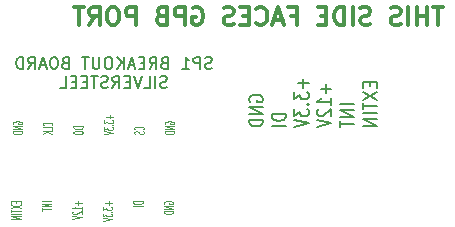
<source format=gbo>
G04 #@! TF.GenerationSoftware,KiCad,Pcbnew,7.0.7*
G04 #@! TF.CreationDate,2024-03-03T16:13:36-05:00*
G04 #@! TF.ProjectId,Gamecube_SP1,47616d65-6375-4626-955f-5350312e6b69,rev?*
G04 #@! TF.SameCoordinates,Original*
G04 #@! TF.FileFunction,Legend,Bot*
G04 #@! TF.FilePolarity,Positive*
%FSLAX46Y46*%
G04 Gerber Fmt 4.6, Leading zero omitted, Abs format (unit mm)*
G04 Created by KiCad (PCBNEW 7.0.7) date 2024-03-03 16:13:36*
%MOMM*%
%LPD*%
G01*
G04 APERTURE LIST*
%ADD10C,0.300000*%
%ADD11C,0.150000*%
%ADD12C,0.100000*%
%ADD13R,1.700000X1.700000*%
%ADD14O,1.700000X1.700000*%
%ADD15R,1.500000X7.000000*%
G04 APERTURE END LIST*
D10*
X108107141Y-101378328D02*
X107249999Y-101378328D01*
X107678570Y-102878328D02*
X107678570Y-101378328D01*
X106749999Y-102878328D02*
X106749999Y-101378328D01*
X106749999Y-102092614D02*
X105892856Y-102092614D01*
X105892856Y-102878328D02*
X105892856Y-101378328D01*
X105178570Y-102878328D02*
X105178570Y-101378328D01*
X104535712Y-102806900D02*
X104321427Y-102878328D01*
X104321427Y-102878328D02*
X103964284Y-102878328D01*
X103964284Y-102878328D02*
X103821427Y-102806900D01*
X103821427Y-102806900D02*
X103749998Y-102735471D01*
X103749998Y-102735471D02*
X103678569Y-102592614D01*
X103678569Y-102592614D02*
X103678569Y-102449757D01*
X103678569Y-102449757D02*
X103749998Y-102306900D01*
X103749998Y-102306900D02*
X103821427Y-102235471D01*
X103821427Y-102235471D02*
X103964284Y-102164042D01*
X103964284Y-102164042D02*
X104249998Y-102092614D01*
X104249998Y-102092614D02*
X104392855Y-102021185D01*
X104392855Y-102021185D02*
X104464284Y-101949757D01*
X104464284Y-101949757D02*
X104535712Y-101806900D01*
X104535712Y-101806900D02*
X104535712Y-101664042D01*
X104535712Y-101664042D02*
X104464284Y-101521185D01*
X104464284Y-101521185D02*
X104392855Y-101449757D01*
X104392855Y-101449757D02*
X104249998Y-101378328D01*
X104249998Y-101378328D02*
X103892855Y-101378328D01*
X103892855Y-101378328D02*
X103678569Y-101449757D01*
X101964284Y-102806900D02*
X101749999Y-102878328D01*
X101749999Y-102878328D02*
X101392856Y-102878328D01*
X101392856Y-102878328D02*
X101249999Y-102806900D01*
X101249999Y-102806900D02*
X101178570Y-102735471D01*
X101178570Y-102735471D02*
X101107141Y-102592614D01*
X101107141Y-102592614D02*
X101107141Y-102449757D01*
X101107141Y-102449757D02*
X101178570Y-102306900D01*
X101178570Y-102306900D02*
X101249999Y-102235471D01*
X101249999Y-102235471D02*
X101392856Y-102164042D01*
X101392856Y-102164042D02*
X101678570Y-102092614D01*
X101678570Y-102092614D02*
X101821427Y-102021185D01*
X101821427Y-102021185D02*
X101892856Y-101949757D01*
X101892856Y-101949757D02*
X101964284Y-101806900D01*
X101964284Y-101806900D02*
X101964284Y-101664042D01*
X101964284Y-101664042D02*
X101892856Y-101521185D01*
X101892856Y-101521185D02*
X101821427Y-101449757D01*
X101821427Y-101449757D02*
X101678570Y-101378328D01*
X101678570Y-101378328D02*
X101321427Y-101378328D01*
X101321427Y-101378328D02*
X101107141Y-101449757D01*
X100464285Y-102878328D02*
X100464285Y-101378328D01*
X99749999Y-102878328D02*
X99749999Y-101378328D01*
X99749999Y-101378328D02*
X99392856Y-101378328D01*
X99392856Y-101378328D02*
X99178570Y-101449757D01*
X99178570Y-101449757D02*
X99035713Y-101592614D01*
X99035713Y-101592614D02*
X98964284Y-101735471D01*
X98964284Y-101735471D02*
X98892856Y-102021185D01*
X98892856Y-102021185D02*
X98892856Y-102235471D01*
X98892856Y-102235471D02*
X98964284Y-102521185D01*
X98964284Y-102521185D02*
X99035713Y-102664042D01*
X99035713Y-102664042D02*
X99178570Y-102806900D01*
X99178570Y-102806900D02*
X99392856Y-102878328D01*
X99392856Y-102878328D02*
X99749999Y-102878328D01*
X98249999Y-102092614D02*
X97749999Y-102092614D01*
X97535713Y-102878328D02*
X98249999Y-102878328D01*
X98249999Y-102878328D02*
X98249999Y-101378328D01*
X98249999Y-101378328D02*
X97535713Y-101378328D01*
X95249999Y-102092614D02*
X95749999Y-102092614D01*
X95749999Y-102878328D02*
X95749999Y-101378328D01*
X95749999Y-101378328D02*
X95035713Y-101378328D01*
X94535713Y-102449757D02*
X93821428Y-102449757D01*
X94678570Y-102878328D02*
X94178570Y-101378328D01*
X94178570Y-101378328D02*
X93678570Y-102878328D01*
X92321428Y-102735471D02*
X92392856Y-102806900D01*
X92392856Y-102806900D02*
X92607142Y-102878328D01*
X92607142Y-102878328D02*
X92749999Y-102878328D01*
X92749999Y-102878328D02*
X92964285Y-102806900D01*
X92964285Y-102806900D02*
X93107142Y-102664042D01*
X93107142Y-102664042D02*
X93178571Y-102521185D01*
X93178571Y-102521185D02*
X93249999Y-102235471D01*
X93249999Y-102235471D02*
X93249999Y-102021185D01*
X93249999Y-102021185D02*
X93178571Y-101735471D01*
X93178571Y-101735471D02*
X93107142Y-101592614D01*
X93107142Y-101592614D02*
X92964285Y-101449757D01*
X92964285Y-101449757D02*
X92749999Y-101378328D01*
X92749999Y-101378328D02*
X92607142Y-101378328D01*
X92607142Y-101378328D02*
X92392856Y-101449757D01*
X92392856Y-101449757D02*
X92321428Y-101521185D01*
X91678571Y-102092614D02*
X91178571Y-102092614D01*
X90964285Y-102878328D02*
X91678571Y-102878328D01*
X91678571Y-102878328D02*
X91678571Y-101378328D01*
X91678571Y-101378328D02*
X90964285Y-101378328D01*
X90392856Y-102806900D02*
X90178571Y-102878328D01*
X90178571Y-102878328D02*
X89821428Y-102878328D01*
X89821428Y-102878328D02*
X89678571Y-102806900D01*
X89678571Y-102806900D02*
X89607142Y-102735471D01*
X89607142Y-102735471D02*
X89535713Y-102592614D01*
X89535713Y-102592614D02*
X89535713Y-102449757D01*
X89535713Y-102449757D02*
X89607142Y-102306900D01*
X89607142Y-102306900D02*
X89678571Y-102235471D01*
X89678571Y-102235471D02*
X89821428Y-102164042D01*
X89821428Y-102164042D02*
X90107142Y-102092614D01*
X90107142Y-102092614D02*
X90249999Y-102021185D01*
X90249999Y-102021185D02*
X90321428Y-101949757D01*
X90321428Y-101949757D02*
X90392856Y-101806900D01*
X90392856Y-101806900D02*
X90392856Y-101664042D01*
X90392856Y-101664042D02*
X90321428Y-101521185D01*
X90321428Y-101521185D02*
X90249999Y-101449757D01*
X90249999Y-101449757D02*
X90107142Y-101378328D01*
X90107142Y-101378328D02*
X89749999Y-101378328D01*
X89749999Y-101378328D02*
X89535713Y-101449757D01*
X86964285Y-101449757D02*
X87107143Y-101378328D01*
X87107143Y-101378328D02*
X87321428Y-101378328D01*
X87321428Y-101378328D02*
X87535714Y-101449757D01*
X87535714Y-101449757D02*
X87678571Y-101592614D01*
X87678571Y-101592614D02*
X87750000Y-101735471D01*
X87750000Y-101735471D02*
X87821428Y-102021185D01*
X87821428Y-102021185D02*
X87821428Y-102235471D01*
X87821428Y-102235471D02*
X87750000Y-102521185D01*
X87750000Y-102521185D02*
X87678571Y-102664042D01*
X87678571Y-102664042D02*
X87535714Y-102806900D01*
X87535714Y-102806900D02*
X87321428Y-102878328D01*
X87321428Y-102878328D02*
X87178571Y-102878328D01*
X87178571Y-102878328D02*
X86964285Y-102806900D01*
X86964285Y-102806900D02*
X86892857Y-102735471D01*
X86892857Y-102735471D02*
X86892857Y-102235471D01*
X86892857Y-102235471D02*
X87178571Y-102235471D01*
X86250000Y-102878328D02*
X86250000Y-101378328D01*
X86250000Y-101378328D02*
X85678571Y-101378328D01*
X85678571Y-101378328D02*
X85535714Y-101449757D01*
X85535714Y-101449757D02*
X85464285Y-101521185D01*
X85464285Y-101521185D02*
X85392857Y-101664042D01*
X85392857Y-101664042D02*
X85392857Y-101878328D01*
X85392857Y-101878328D02*
X85464285Y-102021185D01*
X85464285Y-102021185D02*
X85535714Y-102092614D01*
X85535714Y-102092614D02*
X85678571Y-102164042D01*
X85678571Y-102164042D02*
X86250000Y-102164042D01*
X84250000Y-102092614D02*
X84035714Y-102164042D01*
X84035714Y-102164042D02*
X83964285Y-102235471D01*
X83964285Y-102235471D02*
X83892857Y-102378328D01*
X83892857Y-102378328D02*
X83892857Y-102592614D01*
X83892857Y-102592614D02*
X83964285Y-102735471D01*
X83964285Y-102735471D02*
X84035714Y-102806900D01*
X84035714Y-102806900D02*
X84178571Y-102878328D01*
X84178571Y-102878328D02*
X84750000Y-102878328D01*
X84750000Y-102878328D02*
X84750000Y-101378328D01*
X84750000Y-101378328D02*
X84250000Y-101378328D01*
X84250000Y-101378328D02*
X84107143Y-101449757D01*
X84107143Y-101449757D02*
X84035714Y-101521185D01*
X84035714Y-101521185D02*
X83964285Y-101664042D01*
X83964285Y-101664042D02*
X83964285Y-101806900D01*
X83964285Y-101806900D02*
X84035714Y-101949757D01*
X84035714Y-101949757D02*
X84107143Y-102021185D01*
X84107143Y-102021185D02*
X84250000Y-102092614D01*
X84250000Y-102092614D02*
X84750000Y-102092614D01*
X82107143Y-102878328D02*
X82107143Y-101378328D01*
X82107143Y-101378328D02*
X81535714Y-101378328D01*
X81535714Y-101378328D02*
X81392857Y-101449757D01*
X81392857Y-101449757D02*
X81321428Y-101521185D01*
X81321428Y-101521185D02*
X81250000Y-101664042D01*
X81250000Y-101664042D02*
X81250000Y-101878328D01*
X81250000Y-101878328D02*
X81321428Y-102021185D01*
X81321428Y-102021185D02*
X81392857Y-102092614D01*
X81392857Y-102092614D02*
X81535714Y-102164042D01*
X81535714Y-102164042D02*
X82107143Y-102164042D01*
X80321428Y-101378328D02*
X80035714Y-101378328D01*
X80035714Y-101378328D02*
X79892857Y-101449757D01*
X79892857Y-101449757D02*
X79750000Y-101592614D01*
X79750000Y-101592614D02*
X79678571Y-101878328D01*
X79678571Y-101878328D02*
X79678571Y-102378328D01*
X79678571Y-102378328D02*
X79750000Y-102664042D01*
X79750000Y-102664042D02*
X79892857Y-102806900D01*
X79892857Y-102806900D02*
X80035714Y-102878328D01*
X80035714Y-102878328D02*
X80321428Y-102878328D01*
X80321428Y-102878328D02*
X80464286Y-102806900D01*
X80464286Y-102806900D02*
X80607143Y-102664042D01*
X80607143Y-102664042D02*
X80678571Y-102378328D01*
X80678571Y-102378328D02*
X80678571Y-101878328D01*
X80678571Y-101878328D02*
X80607143Y-101592614D01*
X80607143Y-101592614D02*
X80464286Y-101449757D01*
X80464286Y-101449757D02*
X80321428Y-101378328D01*
X78178571Y-102878328D02*
X78678571Y-102164042D01*
X79035714Y-102878328D02*
X79035714Y-101378328D01*
X79035714Y-101378328D02*
X78464285Y-101378328D01*
X78464285Y-101378328D02*
X78321428Y-101449757D01*
X78321428Y-101449757D02*
X78249999Y-101521185D01*
X78249999Y-101521185D02*
X78178571Y-101664042D01*
X78178571Y-101664042D02*
X78178571Y-101878328D01*
X78178571Y-101878328D02*
X78249999Y-102021185D01*
X78249999Y-102021185D02*
X78321428Y-102092614D01*
X78321428Y-102092614D02*
X78464285Y-102164042D01*
X78464285Y-102164042D02*
X79035714Y-102164042D01*
X77749999Y-101378328D02*
X76892857Y-101378328D01*
X77321428Y-102878328D02*
X77321428Y-101378328D01*
D11*
X88553831Y-106552979D02*
X88410974Y-106600598D01*
X88410974Y-106600598D02*
X88172879Y-106600598D01*
X88172879Y-106600598D02*
X88077641Y-106552979D01*
X88077641Y-106552979D02*
X88030022Y-106505359D01*
X88030022Y-106505359D02*
X87982403Y-106410121D01*
X87982403Y-106410121D02*
X87982403Y-106314883D01*
X87982403Y-106314883D02*
X88030022Y-106219645D01*
X88030022Y-106219645D02*
X88077641Y-106172026D01*
X88077641Y-106172026D02*
X88172879Y-106124407D01*
X88172879Y-106124407D02*
X88363355Y-106076788D01*
X88363355Y-106076788D02*
X88458593Y-106029169D01*
X88458593Y-106029169D02*
X88506212Y-105981550D01*
X88506212Y-105981550D02*
X88553831Y-105886312D01*
X88553831Y-105886312D02*
X88553831Y-105791074D01*
X88553831Y-105791074D02*
X88506212Y-105695836D01*
X88506212Y-105695836D02*
X88458593Y-105648217D01*
X88458593Y-105648217D02*
X88363355Y-105600598D01*
X88363355Y-105600598D02*
X88125260Y-105600598D01*
X88125260Y-105600598D02*
X87982403Y-105648217D01*
X87553831Y-106600598D02*
X87553831Y-105600598D01*
X87553831Y-105600598D02*
X87172879Y-105600598D01*
X87172879Y-105600598D02*
X87077641Y-105648217D01*
X87077641Y-105648217D02*
X87030022Y-105695836D01*
X87030022Y-105695836D02*
X86982403Y-105791074D01*
X86982403Y-105791074D02*
X86982403Y-105933931D01*
X86982403Y-105933931D02*
X87030022Y-106029169D01*
X87030022Y-106029169D02*
X87077641Y-106076788D01*
X87077641Y-106076788D02*
X87172879Y-106124407D01*
X87172879Y-106124407D02*
X87553831Y-106124407D01*
X86030022Y-106600598D02*
X86601450Y-106600598D01*
X86315736Y-106600598D02*
X86315736Y-105600598D01*
X86315736Y-105600598D02*
X86410974Y-105743455D01*
X86410974Y-105743455D02*
X86506212Y-105838693D01*
X86506212Y-105838693D02*
X86601450Y-105886312D01*
X84506212Y-106076788D02*
X84363355Y-106124407D01*
X84363355Y-106124407D02*
X84315736Y-106172026D01*
X84315736Y-106172026D02*
X84268117Y-106267264D01*
X84268117Y-106267264D02*
X84268117Y-106410121D01*
X84268117Y-106410121D02*
X84315736Y-106505359D01*
X84315736Y-106505359D02*
X84363355Y-106552979D01*
X84363355Y-106552979D02*
X84458593Y-106600598D01*
X84458593Y-106600598D02*
X84839545Y-106600598D01*
X84839545Y-106600598D02*
X84839545Y-105600598D01*
X84839545Y-105600598D02*
X84506212Y-105600598D01*
X84506212Y-105600598D02*
X84410974Y-105648217D01*
X84410974Y-105648217D02*
X84363355Y-105695836D01*
X84363355Y-105695836D02*
X84315736Y-105791074D01*
X84315736Y-105791074D02*
X84315736Y-105886312D01*
X84315736Y-105886312D02*
X84363355Y-105981550D01*
X84363355Y-105981550D02*
X84410974Y-106029169D01*
X84410974Y-106029169D02*
X84506212Y-106076788D01*
X84506212Y-106076788D02*
X84839545Y-106076788D01*
X83268117Y-106600598D02*
X83601450Y-106124407D01*
X83839545Y-106600598D02*
X83839545Y-105600598D01*
X83839545Y-105600598D02*
X83458593Y-105600598D01*
X83458593Y-105600598D02*
X83363355Y-105648217D01*
X83363355Y-105648217D02*
X83315736Y-105695836D01*
X83315736Y-105695836D02*
X83268117Y-105791074D01*
X83268117Y-105791074D02*
X83268117Y-105933931D01*
X83268117Y-105933931D02*
X83315736Y-106029169D01*
X83315736Y-106029169D02*
X83363355Y-106076788D01*
X83363355Y-106076788D02*
X83458593Y-106124407D01*
X83458593Y-106124407D02*
X83839545Y-106124407D01*
X82839545Y-106076788D02*
X82506212Y-106076788D01*
X82363355Y-106600598D02*
X82839545Y-106600598D01*
X82839545Y-106600598D02*
X82839545Y-105600598D01*
X82839545Y-105600598D02*
X82363355Y-105600598D01*
X81982402Y-106314883D02*
X81506212Y-106314883D01*
X82077640Y-106600598D02*
X81744307Y-105600598D01*
X81744307Y-105600598D02*
X81410974Y-106600598D01*
X81077640Y-106600598D02*
X81077640Y-105600598D01*
X80506212Y-106600598D02*
X80934783Y-106029169D01*
X80506212Y-105600598D02*
X81077640Y-106172026D01*
X79887164Y-105600598D02*
X79696688Y-105600598D01*
X79696688Y-105600598D02*
X79601450Y-105648217D01*
X79601450Y-105648217D02*
X79506212Y-105743455D01*
X79506212Y-105743455D02*
X79458593Y-105933931D01*
X79458593Y-105933931D02*
X79458593Y-106267264D01*
X79458593Y-106267264D02*
X79506212Y-106457740D01*
X79506212Y-106457740D02*
X79601450Y-106552979D01*
X79601450Y-106552979D02*
X79696688Y-106600598D01*
X79696688Y-106600598D02*
X79887164Y-106600598D01*
X79887164Y-106600598D02*
X79982402Y-106552979D01*
X79982402Y-106552979D02*
X80077640Y-106457740D01*
X80077640Y-106457740D02*
X80125259Y-106267264D01*
X80125259Y-106267264D02*
X80125259Y-105933931D01*
X80125259Y-105933931D02*
X80077640Y-105743455D01*
X80077640Y-105743455D02*
X79982402Y-105648217D01*
X79982402Y-105648217D02*
X79887164Y-105600598D01*
X79030021Y-105600598D02*
X79030021Y-106410121D01*
X79030021Y-106410121D02*
X78982402Y-106505359D01*
X78982402Y-106505359D02*
X78934783Y-106552979D01*
X78934783Y-106552979D02*
X78839545Y-106600598D01*
X78839545Y-106600598D02*
X78649069Y-106600598D01*
X78649069Y-106600598D02*
X78553831Y-106552979D01*
X78553831Y-106552979D02*
X78506212Y-106505359D01*
X78506212Y-106505359D02*
X78458593Y-106410121D01*
X78458593Y-106410121D02*
X78458593Y-105600598D01*
X78125259Y-105600598D02*
X77553831Y-105600598D01*
X77839545Y-106600598D02*
X77839545Y-105600598D01*
X76125259Y-106076788D02*
X75982402Y-106124407D01*
X75982402Y-106124407D02*
X75934783Y-106172026D01*
X75934783Y-106172026D02*
X75887164Y-106267264D01*
X75887164Y-106267264D02*
X75887164Y-106410121D01*
X75887164Y-106410121D02*
X75934783Y-106505359D01*
X75934783Y-106505359D02*
X75982402Y-106552979D01*
X75982402Y-106552979D02*
X76077640Y-106600598D01*
X76077640Y-106600598D02*
X76458592Y-106600598D01*
X76458592Y-106600598D02*
X76458592Y-105600598D01*
X76458592Y-105600598D02*
X76125259Y-105600598D01*
X76125259Y-105600598D02*
X76030021Y-105648217D01*
X76030021Y-105648217D02*
X75982402Y-105695836D01*
X75982402Y-105695836D02*
X75934783Y-105791074D01*
X75934783Y-105791074D02*
X75934783Y-105886312D01*
X75934783Y-105886312D02*
X75982402Y-105981550D01*
X75982402Y-105981550D02*
X76030021Y-106029169D01*
X76030021Y-106029169D02*
X76125259Y-106076788D01*
X76125259Y-106076788D02*
X76458592Y-106076788D01*
X75268116Y-105600598D02*
X75077640Y-105600598D01*
X75077640Y-105600598D02*
X74982402Y-105648217D01*
X74982402Y-105648217D02*
X74887164Y-105743455D01*
X74887164Y-105743455D02*
X74839545Y-105933931D01*
X74839545Y-105933931D02*
X74839545Y-106267264D01*
X74839545Y-106267264D02*
X74887164Y-106457740D01*
X74887164Y-106457740D02*
X74982402Y-106552979D01*
X74982402Y-106552979D02*
X75077640Y-106600598D01*
X75077640Y-106600598D02*
X75268116Y-106600598D01*
X75268116Y-106600598D02*
X75363354Y-106552979D01*
X75363354Y-106552979D02*
X75458592Y-106457740D01*
X75458592Y-106457740D02*
X75506211Y-106267264D01*
X75506211Y-106267264D02*
X75506211Y-105933931D01*
X75506211Y-105933931D02*
X75458592Y-105743455D01*
X75458592Y-105743455D02*
X75363354Y-105648217D01*
X75363354Y-105648217D02*
X75268116Y-105600598D01*
X74458592Y-106314883D02*
X73982402Y-106314883D01*
X74553830Y-106600598D02*
X74220497Y-105600598D01*
X74220497Y-105600598D02*
X73887164Y-106600598D01*
X72982402Y-106600598D02*
X73315735Y-106124407D01*
X73553830Y-106600598D02*
X73553830Y-105600598D01*
X73553830Y-105600598D02*
X73172878Y-105600598D01*
X73172878Y-105600598D02*
X73077640Y-105648217D01*
X73077640Y-105648217D02*
X73030021Y-105695836D01*
X73030021Y-105695836D02*
X72982402Y-105791074D01*
X72982402Y-105791074D02*
X72982402Y-105933931D01*
X72982402Y-105933931D02*
X73030021Y-106029169D01*
X73030021Y-106029169D02*
X73077640Y-106076788D01*
X73077640Y-106076788D02*
X73172878Y-106124407D01*
X73172878Y-106124407D02*
X73553830Y-106124407D01*
X72553830Y-106600598D02*
X72553830Y-105600598D01*
X72553830Y-105600598D02*
X72315735Y-105600598D01*
X72315735Y-105600598D02*
X72172878Y-105648217D01*
X72172878Y-105648217D02*
X72077640Y-105743455D01*
X72077640Y-105743455D02*
X72030021Y-105838693D01*
X72030021Y-105838693D02*
X71982402Y-106029169D01*
X71982402Y-106029169D02*
X71982402Y-106172026D01*
X71982402Y-106172026D02*
X72030021Y-106362502D01*
X72030021Y-106362502D02*
X72077640Y-106457740D01*
X72077640Y-106457740D02*
X72172878Y-106552979D01*
X72172878Y-106552979D02*
X72315735Y-106600598D01*
X72315735Y-106600598D02*
X72553830Y-106600598D01*
X84744307Y-108162979D02*
X84601450Y-108210598D01*
X84601450Y-108210598D02*
X84363355Y-108210598D01*
X84363355Y-108210598D02*
X84268117Y-108162979D01*
X84268117Y-108162979D02*
X84220498Y-108115359D01*
X84220498Y-108115359D02*
X84172879Y-108020121D01*
X84172879Y-108020121D02*
X84172879Y-107924883D01*
X84172879Y-107924883D02*
X84220498Y-107829645D01*
X84220498Y-107829645D02*
X84268117Y-107782026D01*
X84268117Y-107782026D02*
X84363355Y-107734407D01*
X84363355Y-107734407D02*
X84553831Y-107686788D01*
X84553831Y-107686788D02*
X84649069Y-107639169D01*
X84649069Y-107639169D02*
X84696688Y-107591550D01*
X84696688Y-107591550D02*
X84744307Y-107496312D01*
X84744307Y-107496312D02*
X84744307Y-107401074D01*
X84744307Y-107401074D02*
X84696688Y-107305836D01*
X84696688Y-107305836D02*
X84649069Y-107258217D01*
X84649069Y-107258217D02*
X84553831Y-107210598D01*
X84553831Y-107210598D02*
X84315736Y-107210598D01*
X84315736Y-107210598D02*
X84172879Y-107258217D01*
X83744307Y-108210598D02*
X83744307Y-107210598D01*
X82791927Y-108210598D02*
X83268117Y-108210598D01*
X83268117Y-108210598D02*
X83268117Y-107210598D01*
X82601450Y-107210598D02*
X82268117Y-108210598D01*
X82268117Y-108210598D02*
X81934784Y-107210598D01*
X81601450Y-107686788D02*
X81268117Y-107686788D01*
X81125260Y-108210598D02*
X81601450Y-108210598D01*
X81601450Y-108210598D02*
X81601450Y-107210598D01*
X81601450Y-107210598D02*
X81125260Y-107210598D01*
X80125260Y-108210598D02*
X80458593Y-107734407D01*
X80696688Y-108210598D02*
X80696688Y-107210598D01*
X80696688Y-107210598D02*
X80315736Y-107210598D01*
X80315736Y-107210598D02*
X80220498Y-107258217D01*
X80220498Y-107258217D02*
X80172879Y-107305836D01*
X80172879Y-107305836D02*
X80125260Y-107401074D01*
X80125260Y-107401074D02*
X80125260Y-107543931D01*
X80125260Y-107543931D02*
X80172879Y-107639169D01*
X80172879Y-107639169D02*
X80220498Y-107686788D01*
X80220498Y-107686788D02*
X80315736Y-107734407D01*
X80315736Y-107734407D02*
X80696688Y-107734407D01*
X79744307Y-108162979D02*
X79601450Y-108210598D01*
X79601450Y-108210598D02*
X79363355Y-108210598D01*
X79363355Y-108210598D02*
X79268117Y-108162979D01*
X79268117Y-108162979D02*
X79220498Y-108115359D01*
X79220498Y-108115359D02*
X79172879Y-108020121D01*
X79172879Y-108020121D02*
X79172879Y-107924883D01*
X79172879Y-107924883D02*
X79220498Y-107829645D01*
X79220498Y-107829645D02*
X79268117Y-107782026D01*
X79268117Y-107782026D02*
X79363355Y-107734407D01*
X79363355Y-107734407D02*
X79553831Y-107686788D01*
X79553831Y-107686788D02*
X79649069Y-107639169D01*
X79649069Y-107639169D02*
X79696688Y-107591550D01*
X79696688Y-107591550D02*
X79744307Y-107496312D01*
X79744307Y-107496312D02*
X79744307Y-107401074D01*
X79744307Y-107401074D02*
X79696688Y-107305836D01*
X79696688Y-107305836D02*
X79649069Y-107258217D01*
X79649069Y-107258217D02*
X79553831Y-107210598D01*
X79553831Y-107210598D02*
X79315736Y-107210598D01*
X79315736Y-107210598D02*
X79172879Y-107258217D01*
X78887164Y-107210598D02*
X78315736Y-107210598D01*
X78601450Y-108210598D02*
X78601450Y-107210598D01*
X77982402Y-107686788D02*
X77649069Y-107686788D01*
X77506212Y-108210598D02*
X77982402Y-108210598D01*
X77982402Y-108210598D02*
X77982402Y-107210598D01*
X77982402Y-107210598D02*
X77506212Y-107210598D01*
X77077640Y-107686788D02*
X76744307Y-107686788D01*
X76601450Y-108210598D02*
X77077640Y-108210598D01*
X77077640Y-108210598D02*
X77077640Y-107210598D01*
X77077640Y-107210598D02*
X76601450Y-107210598D01*
X75696688Y-108210598D02*
X76172878Y-108210598D01*
X76172878Y-108210598D02*
X76172878Y-107210598D01*
D12*
X71959639Y-117830250D02*
X71959639Y-117963583D01*
X72378687Y-118020726D02*
X72378687Y-117830250D01*
X72378687Y-117830250D02*
X71578687Y-117830250D01*
X71578687Y-117830250D02*
X71578687Y-118020726D01*
X71578687Y-118154059D02*
X72378687Y-118420726D01*
X71578687Y-118420726D02*
X72378687Y-118154059D01*
X71578687Y-118515964D02*
X71578687Y-118744535D01*
X72378687Y-118630249D02*
X71578687Y-118630249D01*
X72378687Y-118877869D02*
X71578687Y-118877869D01*
X72378687Y-119068345D02*
X71578687Y-119068345D01*
X71578687Y-119068345D02*
X72378687Y-119296916D01*
X72378687Y-119296916D02*
X71578687Y-119296916D01*
X74954687Y-117830250D02*
X74154687Y-117830250D01*
X74954687Y-118020726D02*
X74154687Y-118020726D01*
X74154687Y-118020726D02*
X74954687Y-118249297D01*
X74954687Y-118249297D02*
X74154687Y-118249297D01*
X74154687Y-118382631D02*
X74154687Y-118611202D01*
X74954687Y-118496916D02*
X74154687Y-118496916D01*
X77225925Y-117830250D02*
X77225925Y-118135012D01*
X77530687Y-117982631D02*
X76921163Y-117982631D01*
X77530687Y-118535011D02*
X77530687Y-118306440D01*
X77530687Y-118420726D02*
X76730687Y-118420726D01*
X76730687Y-118420726D02*
X76844972Y-118382630D01*
X76844972Y-118382630D02*
X76921163Y-118344535D01*
X76921163Y-118344535D02*
X76959258Y-118306440D01*
X76806877Y-118687392D02*
X76768782Y-118706440D01*
X76768782Y-118706440D02*
X76730687Y-118744535D01*
X76730687Y-118744535D02*
X76730687Y-118839773D01*
X76730687Y-118839773D02*
X76768782Y-118877868D01*
X76768782Y-118877868D02*
X76806877Y-118896916D01*
X76806877Y-118896916D02*
X76883068Y-118915963D01*
X76883068Y-118915963D02*
X76959258Y-118915963D01*
X76959258Y-118915963D02*
X77073544Y-118896916D01*
X77073544Y-118896916D02*
X77530687Y-118668344D01*
X77530687Y-118668344D02*
X77530687Y-118915963D01*
X76730687Y-119030249D02*
X77530687Y-119163582D01*
X77530687Y-119163582D02*
X76730687Y-119296915D01*
X79801925Y-117830250D02*
X79801925Y-118135012D01*
X80106687Y-117982631D02*
X79497163Y-117982631D01*
X79306687Y-118287392D02*
X79306687Y-118535011D01*
X79306687Y-118535011D02*
X79611449Y-118401678D01*
X79611449Y-118401678D02*
X79611449Y-118458821D01*
X79611449Y-118458821D02*
X79649544Y-118496916D01*
X79649544Y-118496916D02*
X79687639Y-118515964D01*
X79687639Y-118515964D02*
X79763830Y-118535011D01*
X79763830Y-118535011D02*
X79954306Y-118535011D01*
X79954306Y-118535011D02*
X80030496Y-118515964D01*
X80030496Y-118515964D02*
X80068592Y-118496916D01*
X80068592Y-118496916D02*
X80106687Y-118458821D01*
X80106687Y-118458821D02*
X80106687Y-118344535D01*
X80106687Y-118344535D02*
X80068592Y-118306440D01*
X80068592Y-118306440D02*
X80030496Y-118287392D01*
X80030496Y-118706440D02*
X80068592Y-118725487D01*
X80068592Y-118725487D02*
X80106687Y-118706440D01*
X80106687Y-118706440D02*
X80068592Y-118687392D01*
X80068592Y-118687392D02*
X80030496Y-118706440D01*
X80030496Y-118706440D02*
X80106687Y-118706440D01*
X79306687Y-118858820D02*
X79306687Y-119106439D01*
X79306687Y-119106439D02*
X79611449Y-118973106D01*
X79611449Y-118973106D02*
X79611449Y-119030249D01*
X79611449Y-119030249D02*
X79649544Y-119068344D01*
X79649544Y-119068344D02*
X79687639Y-119087392D01*
X79687639Y-119087392D02*
X79763830Y-119106439D01*
X79763830Y-119106439D02*
X79954306Y-119106439D01*
X79954306Y-119106439D02*
X80030496Y-119087392D01*
X80030496Y-119087392D02*
X80068592Y-119068344D01*
X80068592Y-119068344D02*
X80106687Y-119030249D01*
X80106687Y-119030249D02*
X80106687Y-118915963D01*
X80106687Y-118915963D02*
X80068592Y-118877868D01*
X80068592Y-118877868D02*
X80030496Y-118858820D01*
X79306687Y-119220725D02*
X80106687Y-119354058D01*
X80106687Y-119354058D02*
X79306687Y-119487391D01*
X82682687Y-117830250D02*
X81882687Y-117830250D01*
X81882687Y-117830250D02*
X81882687Y-117925488D01*
X81882687Y-117925488D02*
X81920782Y-117982631D01*
X81920782Y-117982631D02*
X81996972Y-118020726D01*
X81996972Y-118020726D02*
X82073163Y-118039773D01*
X82073163Y-118039773D02*
X82225544Y-118058821D01*
X82225544Y-118058821D02*
X82339830Y-118058821D01*
X82339830Y-118058821D02*
X82492211Y-118039773D01*
X82492211Y-118039773D02*
X82568401Y-118020726D01*
X82568401Y-118020726D02*
X82644592Y-117982631D01*
X82644592Y-117982631D02*
X82682687Y-117925488D01*
X82682687Y-117925488D02*
X82682687Y-117830250D01*
X82682687Y-118230250D02*
X81882687Y-118230250D01*
X84496782Y-118039773D02*
X84458687Y-118001678D01*
X84458687Y-118001678D02*
X84458687Y-117944535D01*
X84458687Y-117944535D02*
X84496782Y-117887392D01*
X84496782Y-117887392D02*
X84572972Y-117849297D01*
X84572972Y-117849297D02*
X84649163Y-117830250D01*
X84649163Y-117830250D02*
X84801544Y-117811202D01*
X84801544Y-117811202D02*
X84915830Y-117811202D01*
X84915830Y-117811202D02*
X85068211Y-117830250D01*
X85068211Y-117830250D02*
X85144401Y-117849297D01*
X85144401Y-117849297D02*
X85220592Y-117887392D01*
X85220592Y-117887392D02*
X85258687Y-117944535D01*
X85258687Y-117944535D02*
X85258687Y-117982631D01*
X85258687Y-117982631D02*
X85220592Y-118039773D01*
X85220592Y-118039773D02*
X85182496Y-118058821D01*
X85182496Y-118058821D02*
X84915830Y-118058821D01*
X84915830Y-118058821D02*
X84915830Y-117982631D01*
X85258687Y-118230250D02*
X84458687Y-118230250D01*
X84458687Y-118230250D02*
X85258687Y-118458821D01*
X85258687Y-118458821D02*
X84458687Y-118458821D01*
X85258687Y-118649298D02*
X84458687Y-118649298D01*
X84458687Y-118649298D02*
X84458687Y-118744536D01*
X84458687Y-118744536D02*
X84496782Y-118801679D01*
X84496782Y-118801679D02*
X84572972Y-118839774D01*
X84572972Y-118839774D02*
X84649163Y-118858821D01*
X84649163Y-118858821D02*
X84801544Y-118877869D01*
X84801544Y-118877869D02*
X84915830Y-118877869D01*
X84915830Y-118877869D02*
X85068211Y-118858821D01*
X85068211Y-118858821D02*
X85144401Y-118839774D01*
X85144401Y-118839774D02*
X85220592Y-118801679D01*
X85220592Y-118801679D02*
X85258687Y-118744536D01*
X85258687Y-118744536D02*
X85258687Y-118649298D01*
D11*
X91737255Y-109375601D02*
X91680112Y-109280363D01*
X91680112Y-109280363D02*
X91680112Y-109137506D01*
X91680112Y-109137506D02*
X91737255Y-108994649D01*
X91737255Y-108994649D02*
X91851541Y-108899411D01*
X91851541Y-108899411D02*
X91965827Y-108851792D01*
X91965827Y-108851792D02*
X92194398Y-108804173D01*
X92194398Y-108804173D02*
X92365827Y-108804173D01*
X92365827Y-108804173D02*
X92594398Y-108851792D01*
X92594398Y-108851792D02*
X92708684Y-108899411D01*
X92708684Y-108899411D02*
X92822970Y-108994649D01*
X92822970Y-108994649D02*
X92880112Y-109137506D01*
X92880112Y-109137506D02*
X92880112Y-109232744D01*
X92880112Y-109232744D02*
X92822970Y-109375601D01*
X92822970Y-109375601D02*
X92765827Y-109423220D01*
X92765827Y-109423220D02*
X92365827Y-109423220D01*
X92365827Y-109423220D02*
X92365827Y-109232744D01*
X92880112Y-109851792D02*
X91680112Y-109851792D01*
X91680112Y-109851792D02*
X92880112Y-110423220D01*
X92880112Y-110423220D02*
X91680112Y-110423220D01*
X92880112Y-110899411D02*
X91680112Y-110899411D01*
X91680112Y-110899411D02*
X91680112Y-111137506D01*
X91680112Y-111137506D02*
X91737255Y-111280363D01*
X91737255Y-111280363D02*
X91851541Y-111375601D01*
X91851541Y-111375601D02*
X91965827Y-111423220D01*
X91965827Y-111423220D02*
X92194398Y-111470839D01*
X92194398Y-111470839D02*
X92365827Y-111470839D01*
X92365827Y-111470839D02*
X92594398Y-111423220D01*
X92594398Y-111423220D02*
X92708684Y-111375601D01*
X92708684Y-111375601D02*
X92822970Y-111280363D01*
X92822970Y-111280363D02*
X92880112Y-111137506D01*
X92880112Y-111137506D02*
X92880112Y-110899411D01*
X94812112Y-110423221D02*
X93612112Y-110423221D01*
X93612112Y-110423221D02*
X93612112Y-110661316D01*
X93612112Y-110661316D02*
X93669255Y-110804173D01*
X93669255Y-110804173D02*
X93783541Y-110899411D01*
X93783541Y-110899411D02*
X93897827Y-110947030D01*
X93897827Y-110947030D02*
X94126398Y-110994649D01*
X94126398Y-110994649D02*
X94297827Y-110994649D01*
X94297827Y-110994649D02*
X94526398Y-110947030D01*
X94526398Y-110947030D02*
X94640684Y-110899411D01*
X94640684Y-110899411D02*
X94754970Y-110804173D01*
X94754970Y-110804173D02*
X94812112Y-110661316D01*
X94812112Y-110661316D02*
X94812112Y-110423221D01*
X94812112Y-111423221D02*
X93612112Y-111423221D01*
X96286970Y-107423221D02*
X96286970Y-108185126D01*
X96744112Y-107804173D02*
X95829827Y-107804173D01*
X95544112Y-108566078D02*
X95544112Y-109185125D01*
X95544112Y-109185125D02*
X96001255Y-108851792D01*
X96001255Y-108851792D02*
X96001255Y-108994649D01*
X96001255Y-108994649D02*
X96058398Y-109089887D01*
X96058398Y-109089887D02*
X96115541Y-109137506D01*
X96115541Y-109137506D02*
X96229827Y-109185125D01*
X96229827Y-109185125D02*
X96515541Y-109185125D01*
X96515541Y-109185125D02*
X96629827Y-109137506D01*
X96629827Y-109137506D02*
X96686970Y-109089887D01*
X96686970Y-109089887D02*
X96744112Y-108994649D01*
X96744112Y-108994649D02*
X96744112Y-108708935D01*
X96744112Y-108708935D02*
X96686970Y-108613697D01*
X96686970Y-108613697D02*
X96629827Y-108566078D01*
X96629827Y-109613697D02*
X96686970Y-109661316D01*
X96686970Y-109661316D02*
X96744112Y-109613697D01*
X96744112Y-109613697D02*
X96686970Y-109566078D01*
X96686970Y-109566078D02*
X96629827Y-109613697D01*
X96629827Y-109613697D02*
X96744112Y-109613697D01*
X95544112Y-109994649D02*
X95544112Y-110613696D01*
X95544112Y-110613696D02*
X96001255Y-110280363D01*
X96001255Y-110280363D02*
X96001255Y-110423220D01*
X96001255Y-110423220D02*
X96058398Y-110518458D01*
X96058398Y-110518458D02*
X96115541Y-110566077D01*
X96115541Y-110566077D02*
X96229827Y-110613696D01*
X96229827Y-110613696D02*
X96515541Y-110613696D01*
X96515541Y-110613696D02*
X96629827Y-110566077D01*
X96629827Y-110566077D02*
X96686970Y-110518458D01*
X96686970Y-110518458D02*
X96744112Y-110423220D01*
X96744112Y-110423220D02*
X96744112Y-110137506D01*
X96744112Y-110137506D02*
X96686970Y-110042268D01*
X96686970Y-110042268D02*
X96629827Y-109994649D01*
X95544112Y-110899411D02*
X96744112Y-111232744D01*
X96744112Y-111232744D02*
X95544112Y-111566077D01*
X98218970Y-107899411D02*
X98218970Y-108661316D01*
X98676112Y-108280363D02*
X97761827Y-108280363D01*
X98676112Y-109661315D02*
X98676112Y-109089887D01*
X98676112Y-109375601D02*
X97476112Y-109375601D01*
X97476112Y-109375601D02*
X97647541Y-109280363D01*
X97647541Y-109280363D02*
X97761827Y-109185125D01*
X97761827Y-109185125D02*
X97818970Y-109089887D01*
X97590398Y-110042268D02*
X97533255Y-110089887D01*
X97533255Y-110089887D02*
X97476112Y-110185125D01*
X97476112Y-110185125D02*
X97476112Y-110423220D01*
X97476112Y-110423220D02*
X97533255Y-110518458D01*
X97533255Y-110518458D02*
X97590398Y-110566077D01*
X97590398Y-110566077D02*
X97704684Y-110613696D01*
X97704684Y-110613696D02*
X97818970Y-110613696D01*
X97818970Y-110613696D02*
X97990398Y-110566077D01*
X97990398Y-110566077D02*
X98676112Y-109994649D01*
X98676112Y-109994649D02*
X98676112Y-110613696D01*
X97476112Y-110899411D02*
X98676112Y-111232744D01*
X98676112Y-111232744D02*
X97476112Y-111566077D01*
X100608112Y-109613697D02*
X99408112Y-109613697D01*
X100608112Y-110089887D02*
X99408112Y-110089887D01*
X99408112Y-110089887D02*
X100608112Y-110661315D01*
X100608112Y-110661315D02*
X99408112Y-110661315D01*
X99408112Y-110994649D02*
X99408112Y-111566077D01*
X100608112Y-111280363D02*
X99408112Y-111280363D01*
X101911541Y-107756554D02*
X101911541Y-108089887D01*
X102540112Y-108232744D02*
X102540112Y-107756554D01*
X102540112Y-107756554D02*
X101340112Y-107756554D01*
X101340112Y-107756554D02*
X101340112Y-108232744D01*
X101340112Y-108566078D02*
X102540112Y-109232744D01*
X101340112Y-109232744D02*
X102540112Y-108566078D01*
X101340112Y-109470840D02*
X101340112Y-110042268D01*
X102540112Y-109756554D02*
X101340112Y-109756554D01*
X102540112Y-110375602D02*
X101340112Y-110375602D01*
X102540112Y-110851792D02*
X101340112Y-110851792D01*
X101340112Y-110851792D02*
X102540112Y-111423220D01*
X102540112Y-111423220D02*
X101340112Y-111423220D01*
D12*
X71713344Y-111281644D02*
X71675249Y-111243549D01*
X71675249Y-111243549D02*
X71675249Y-111186406D01*
X71675249Y-111186406D02*
X71713344Y-111129263D01*
X71713344Y-111129263D02*
X71789534Y-111091168D01*
X71789534Y-111091168D02*
X71865725Y-111072121D01*
X71865725Y-111072121D02*
X72018106Y-111053073D01*
X72018106Y-111053073D02*
X72132392Y-111053073D01*
X72132392Y-111053073D02*
X72284773Y-111072121D01*
X72284773Y-111072121D02*
X72360963Y-111091168D01*
X72360963Y-111091168D02*
X72437154Y-111129263D01*
X72437154Y-111129263D02*
X72475249Y-111186406D01*
X72475249Y-111186406D02*
X72475249Y-111224502D01*
X72475249Y-111224502D02*
X72437154Y-111281644D01*
X72437154Y-111281644D02*
X72399058Y-111300692D01*
X72399058Y-111300692D02*
X72132392Y-111300692D01*
X72132392Y-111300692D02*
X72132392Y-111224502D01*
X72475249Y-111472121D02*
X71675249Y-111472121D01*
X71675249Y-111472121D02*
X72475249Y-111700692D01*
X72475249Y-111700692D02*
X71675249Y-111700692D01*
X72475249Y-111891169D02*
X71675249Y-111891169D01*
X71675249Y-111891169D02*
X71675249Y-111986407D01*
X71675249Y-111986407D02*
X71713344Y-112043550D01*
X71713344Y-112043550D02*
X71789534Y-112081645D01*
X71789534Y-112081645D02*
X71865725Y-112100692D01*
X71865725Y-112100692D02*
X72018106Y-112119740D01*
X72018106Y-112119740D02*
X72132392Y-112119740D01*
X72132392Y-112119740D02*
X72284773Y-112100692D01*
X72284773Y-112100692D02*
X72360963Y-112081645D01*
X72360963Y-112081645D02*
X72437154Y-112043550D01*
X72437154Y-112043550D02*
X72475249Y-111986407D01*
X72475249Y-111986407D02*
X72475249Y-111891169D01*
X74975058Y-111395930D02*
X75013154Y-111376882D01*
X75013154Y-111376882D02*
X75051249Y-111319740D01*
X75051249Y-111319740D02*
X75051249Y-111281644D01*
X75051249Y-111281644D02*
X75013154Y-111224501D01*
X75013154Y-111224501D02*
X74936963Y-111186406D01*
X74936963Y-111186406D02*
X74860773Y-111167359D01*
X74860773Y-111167359D02*
X74708392Y-111148311D01*
X74708392Y-111148311D02*
X74594106Y-111148311D01*
X74594106Y-111148311D02*
X74441725Y-111167359D01*
X74441725Y-111167359D02*
X74365534Y-111186406D01*
X74365534Y-111186406D02*
X74289344Y-111224501D01*
X74289344Y-111224501D02*
X74251249Y-111281644D01*
X74251249Y-111281644D02*
X74251249Y-111319740D01*
X74251249Y-111319740D02*
X74289344Y-111376882D01*
X74289344Y-111376882D02*
X74327439Y-111395930D01*
X75051249Y-111757835D02*
X75051249Y-111567359D01*
X75051249Y-111567359D02*
X74251249Y-111567359D01*
X75051249Y-111891169D02*
X74251249Y-111891169D01*
X75051249Y-112119740D02*
X74594106Y-111948311D01*
X74251249Y-112119740D02*
X74708392Y-111891169D01*
X77627249Y-111472121D02*
X76827249Y-111472121D01*
X76827249Y-111472121D02*
X76827249Y-111567359D01*
X76827249Y-111567359D02*
X76865344Y-111624502D01*
X76865344Y-111624502D02*
X76941534Y-111662597D01*
X76941534Y-111662597D02*
X77017725Y-111681644D01*
X77017725Y-111681644D02*
X77170106Y-111700692D01*
X77170106Y-111700692D02*
X77284392Y-111700692D01*
X77284392Y-111700692D02*
X77436773Y-111681644D01*
X77436773Y-111681644D02*
X77512963Y-111662597D01*
X77512963Y-111662597D02*
X77589154Y-111624502D01*
X77589154Y-111624502D02*
X77627249Y-111567359D01*
X77627249Y-111567359D02*
X77627249Y-111472121D01*
X76827249Y-111948311D02*
X76827249Y-112024502D01*
X76827249Y-112024502D02*
X76865344Y-112062597D01*
X76865344Y-112062597D02*
X76941534Y-112100692D01*
X76941534Y-112100692D02*
X77093915Y-112119740D01*
X77093915Y-112119740D02*
X77360582Y-112119740D01*
X77360582Y-112119740D02*
X77512963Y-112100692D01*
X77512963Y-112100692D02*
X77589154Y-112062597D01*
X77589154Y-112062597D02*
X77627249Y-112024502D01*
X77627249Y-112024502D02*
X77627249Y-111948311D01*
X77627249Y-111948311D02*
X77589154Y-111910216D01*
X77589154Y-111910216D02*
X77512963Y-111872121D01*
X77512963Y-111872121D02*
X77360582Y-111853073D01*
X77360582Y-111853073D02*
X77093915Y-111853073D01*
X77093915Y-111853073D02*
X76941534Y-111872121D01*
X76941534Y-111872121D02*
X76865344Y-111910216D01*
X76865344Y-111910216D02*
X76827249Y-111948311D01*
X79898487Y-110500694D02*
X79898487Y-110805456D01*
X80203249Y-110653075D02*
X79593725Y-110653075D01*
X79403249Y-110957836D02*
X79403249Y-111205455D01*
X79403249Y-111205455D02*
X79708011Y-111072122D01*
X79708011Y-111072122D02*
X79708011Y-111129265D01*
X79708011Y-111129265D02*
X79746106Y-111167360D01*
X79746106Y-111167360D02*
X79784201Y-111186408D01*
X79784201Y-111186408D02*
X79860392Y-111205455D01*
X79860392Y-111205455D02*
X80050868Y-111205455D01*
X80050868Y-111205455D02*
X80127058Y-111186408D01*
X80127058Y-111186408D02*
X80165154Y-111167360D01*
X80165154Y-111167360D02*
X80203249Y-111129265D01*
X80203249Y-111129265D02*
X80203249Y-111014979D01*
X80203249Y-111014979D02*
X80165154Y-110976884D01*
X80165154Y-110976884D02*
X80127058Y-110957836D01*
X80127058Y-111376884D02*
X80165154Y-111395931D01*
X80165154Y-111395931D02*
X80203249Y-111376884D01*
X80203249Y-111376884D02*
X80165154Y-111357836D01*
X80165154Y-111357836D02*
X80127058Y-111376884D01*
X80127058Y-111376884D02*
X80203249Y-111376884D01*
X79403249Y-111529264D02*
X79403249Y-111776883D01*
X79403249Y-111776883D02*
X79708011Y-111643550D01*
X79708011Y-111643550D02*
X79708011Y-111700693D01*
X79708011Y-111700693D02*
X79746106Y-111738788D01*
X79746106Y-111738788D02*
X79784201Y-111757836D01*
X79784201Y-111757836D02*
X79860392Y-111776883D01*
X79860392Y-111776883D02*
X80050868Y-111776883D01*
X80050868Y-111776883D02*
X80127058Y-111757836D01*
X80127058Y-111757836D02*
X80165154Y-111738788D01*
X80165154Y-111738788D02*
X80203249Y-111700693D01*
X80203249Y-111700693D02*
X80203249Y-111586407D01*
X80203249Y-111586407D02*
X80165154Y-111548312D01*
X80165154Y-111548312D02*
X80127058Y-111529264D01*
X79403249Y-111891169D02*
X80203249Y-112024502D01*
X80203249Y-112024502D02*
X79403249Y-112157835D01*
X82703058Y-111738788D02*
X82741154Y-111719740D01*
X82741154Y-111719740D02*
X82779249Y-111662598D01*
X82779249Y-111662598D02*
X82779249Y-111624502D01*
X82779249Y-111624502D02*
X82741154Y-111567359D01*
X82741154Y-111567359D02*
X82664963Y-111529264D01*
X82664963Y-111529264D02*
X82588773Y-111510217D01*
X82588773Y-111510217D02*
X82436392Y-111491169D01*
X82436392Y-111491169D02*
X82322106Y-111491169D01*
X82322106Y-111491169D02*
X82169725Y-111510217D01*
X82169725Y-111510217D02*
X82093534Y-111529264D01*
X82093534Y-111529264D02*
X82017344Y-111567359D01*
X82017344Y-111567359D02*
X81979249Y-111624502D01*
X81979249Y-111624502D02*
X81979249Y-111662598D01*
X81979249Y-111662598D02*
X82017344Y-111719740D01*
X82017344Y-111719740D02*
X82055439Y-111738788D01*
X82741154Y-111891169D02*
X82779249Y-111948312D01*
X82779249Y-111948312D02*
X82779249Y-112043550D01*
X82779249Y-112043550D02*
X82741154Y-112081645D01*
X82741154Y-112081645D02*
X82703058Y-112100693D01*
X82703058Y-112100693D02*
X82626868Y-112119740D01*
X82626868Y-112119740D02*
X82550677Y-112119740D01*
X82550677Y-112119740D02*
X82474487Y-112100693D01*
X82474487Y-112100693D02*
X82436392Y-112081645D01*
X82436392Y-112081645D02*
X82398296Y-112043550D01*
X82398296Y-112043550D02*
X82360201Y-111967359D01*
X82360201Y-111967359D02*
X82322106Y-111929264D01*
X82322106Y-111929264D02*
X82284011Y-111910217D01*
X82284011Y-111910217D02*
X82207820Y-111891169D01*
X82207820Y-111891169D02*
X82131630Y-111891169D01*
X82131630Y-111891169D02*
X82055439Y-111910217D01*
X82055439Y-111910217D02*
X82017344Y-111929264D01*
X82017344Y-111929264D02*
X81979249Y-111967359D01*
X81979249Y-111967359D02*
X81979249Y-112062598D01*
X81979249Y-112062598D02*
X82017344Y-112119740D01*
X84593344Y-111281644D02*
X84555249Y-111243549D01*
X84555249Y-111243549D02*
X84555249Y-111186406D01*
X84555249Y-111186406D02*
X84593344Y-111129263D01*
X84593344Y-111129263D02*
X84669534Y-111091168D01*
X84669534Y-111091168D02*
X84745725Y-111072121D01*
X84745725Y-111072121D02*
X84898106Y-111053073D01*
X84898106Y-111053073D02*
X85012392Y-111053073D01*
X85012392Y-111053073D02*
X85164773Y-111072121D01*
X85164773Y-111072121D02*
X85240963Y-111091168D01*
X85240963Y-111091168D02*
X85317154Y-111129263D01*
X85317154Y-111129263D02*
X85355249Y-111186406D01*
X85355249Y-111186406D02*
X85355249Y-111224502D01*
X85355249Y-111224502D02*
X85317154Y-111281644D01*
X85317154Y-111281644D02*
X85279058Y-111300692D01*
X85279058Y-111300692D02*
X85012392Y-111300692D01*
X85012392Y-111300692D02*
X85012392Y-111224502D01*
X85355249Y-111472121D02*
X84555249Y-111472121D01*
X84555249Y-111472121D02*
X85355249Y-111700692D01*
X85355249Y-111700692D02*
X84555249Y-111700692D01*
X85355249Y-111891169D02*
X84555249Y-111891169D01*
X84555249Y-111891169D02*
X84555249Y-111986407D01*
X84555249Y-111986407D02*
X84593344Y-112043550D01*
X84593344Y-112043550D02*
X84669534Y-112081645D01*
X84669534Y-112081645D02*
X84745725Y-112100692D01*
X84745725Y-112100692D02*
X84898106Y-112119740D01*
X84898106Y-112119740D02*
X85012392Y-112119740D01*
X85012392Y-112119740D02*
X85164773Y-112100692D01*
X85164773Y-112100692D02*
X85240963Y-112081645D01*
X85240963Y-112081645D02*
X85317154Y-112043550D01*
X85317154Y-112043550D02*
X85355249Y-111986407D01*
X85355249Y-111986407D02*
X85355249Y-111891169D01*
%LPC*%
D13*
X72111319Y-116251337D03*
D14*
X72111319Y-113711337D03*
X74651319Y-116251337D03*
X74651319Y-113711337D03*
X77191319Y-116251337D03*
X77191319Y-113711337D03*
X79731319Y-116251337D03*
X79731319Y-113711337D03*
X82271319Y-116251337D03*
X82271319Y-113711337D03*
X84811319Y-116251337D03*
X84811319Y-113711337D03*
D15*
X102064286Y-115900000D03*
X100064286Y-115900000D03*
X98064286Y-115900000D03*
X96064286Y-115900000D03*
X94064286Y-115900000D03*
X92064286Y-115900000D03*
%LPD*%
M02*

</source>
